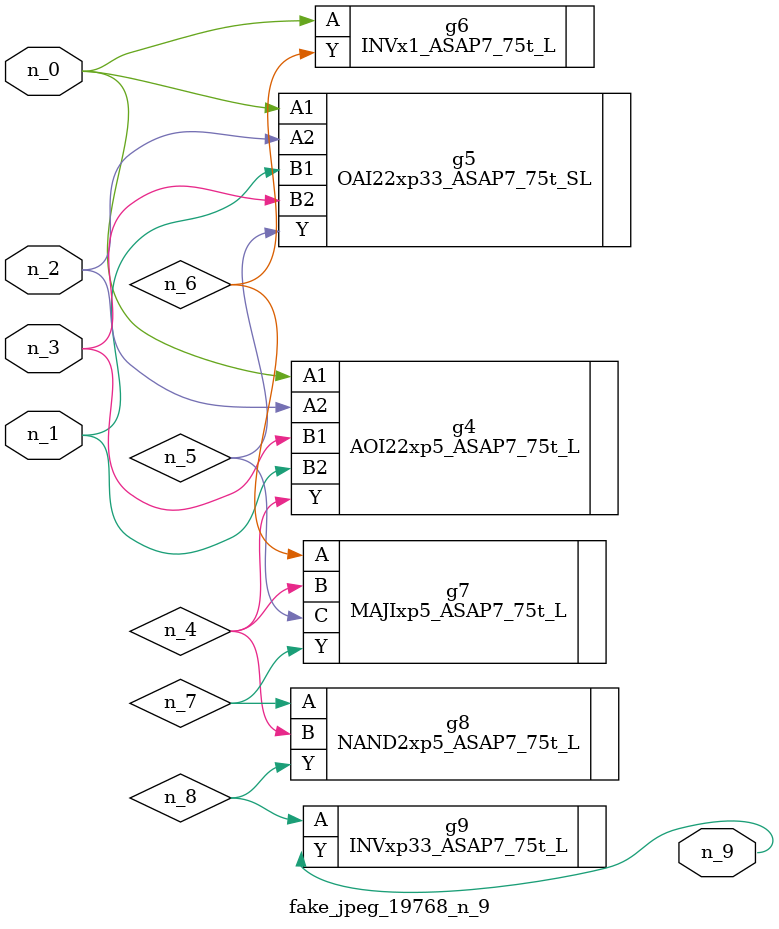
<source format=v>
module fake_jpeg_19768_n_9 (n_0, n_3, n_2, n_1, n_9);

input n_0;
input n_3;
input n_2;
input n_1;

output n_9;

wire n_4;
wire n_8;
wire n_6;
wire n_5;
wire n_7;

AOI22xp5_ASAP7_75t_L g4 ( 
.A1(n_0),
.A2(n_2),
.B1(n_3),
.B2(n_1),
.Y(n_4)
);

OAI22xp33_ASAP7_75t_SL g5 ( 
.A1(n_0),
.A2(n_2),
.B1(n_1),
.B2(n_3),
.Y(n_5)
);

INVx1_ASAP7_75t_L g6 ( 
.A(n_0),
.Y(n_6)
);

MAJIxp5_ASAP7_75t_L g7 ( 
.A(n_6),
.B(n_4),
.C(n_5),
.Y(n_7)
);

NAND2xp5_ASAP7_75t_L g8 ( 
.A(n_7),
.B(n_4),
.Y(n_8)
);

INVxp33_ASAP7_75t_L g9 ( 
.A(n_8),
.Y(n_9)
);


endmodule
</source>
